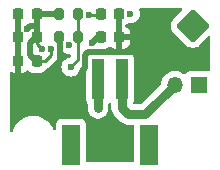
<source format=gbr>
%TF.GenerationSoftware,KiCad,Pcbnew,8.0.1-rc1*%
%TF.CreationDate,2024-05-21T21:17:26-06:00*%
%TF.ProjectId,screamer,73637265-616d-4657-922e-6b696361645f,V0.1.1*%
%TF.SameCoordinates,Original*%
%TF.FileFunction,Copper,L1,Top*%
%TF.FilePolarity,Positive*%
%FSLAX46Y46*%
G04 Gerber Fmt 4.6, Leading zero omitted, Abs format (unit mm)*
G04 Created by KiCad (PCBNEW 8.0.1-rc1) date 2024-05-21 21:17:26*
%MOMM*%
%LPD*%
G01*
G04 APERTURE LIST*
G04 Aperture macros list*
%AMRoundRect*
0 Rectangle with rounded corners*
0 $1 Rounding radius*
0 $2 $3 $4 $5 $6 $7 $8 $9 X,Y pos of 4 corners*
0 Add a 4 corners polygon primitive as box body*
4,1,4,$2,$3,$4,$5,$6,$7,$8,$9,$2,$3,0*
0 Add four circle primitives for the rounded corners*
1,1,$1+$1,$2,$3*
1,1,$1+$1,$4,$5*
1,1,$1+$1,$6,$7*
1,1,$1+$1,$8,$9*
0 Add four rect primitives between the rounded corners*
20,1,$1+$1,$2,$3,$4,$5,0*
20,1,$1+$1,$4,$5,$6,$7,0*
20,1,$1+$1,$6,$7,$8,$9,0*
20,1,$1+$1,$8,$9,$2,$3,0*%
G04 Aperture macros list end*
%TA.AperFunction,SMDPad,CuDef*%
%ADD10R,0.990600X3.505200*%
%TD*%
%TA.AperFunction,SMDPad,CuDef*%
%ADD11R,1.498600X3.403600*%
%TD*%
%TA.AperFunction,SMDPad,CuDef*%
%ADD12RoundRect,0.225000X0.225000X0.250000X-0.225000X0.250000X-0.225000X-0.250000X0.225000X-0.250000X0*%
%TD*%
%TA.AperFunction,SMDPad,CuDef*%
%ADD13RoundRect,0.200000X0.200000X0.275000X-0.200000X0.275000X-0.200000X-0.275000X0.200000X-0.275000X0*%
%TD*%
%TA.AperFunction,SMDPad,CuDef*%
%ADD14RoundRect,0.225000X-0.225000X-0.250000X0.225000X-0.250000X0.225000X0.250000X-0.225000X0.250000X0*%
%TD*%
%TA.AperFunction,SMDPad,CuDef*%
%ADD15RoundRect,0.200000X-0.200000X-0.275000X0.200000X-0.275000X0.200000X0.275000X-0.200000X0.275000X0*%
%TD*%
%TA.AperFunction,ComponentPad*%
%ADD16RoundRect,0.250001X-1.131369X0.000000X0.000000X-1.131369X1.131369X0.000000X0.000000X1.131369X0*%
%TD*%
%TA.AperFunction,ComponentPad*%
%ADD17R,1.350000X1.350000*%
%TD*%
%TA.AperFunction,ComponentPad*%
%ADD18O,1.350000X1.350000*%
%TD*%
%TA.AperFunction,ViaPad*%
%ADD19C,0.600000*%
%TD*%
%TA.AperFunction,Conductor*%
%ADD20C,0.500000*%
%TD*%
%TA.AperFunction,Conductor*%
%ADD21C,0.250000*%
%TD*%
%TA.AperFunction,Conductor*%
%ADD22C,0.750000*%
%TD*%
G04 APERTURE END LIST*
D10*
%TO.P,BT1,1,1*%
%TO.N,/BT-*%
X160000001Y-92500000D03*
%TO.P,BT1,2,2*%
%TO.N,/BT+*%
X158000000Y-92500000D03*
D11*
%TO.P,BT1,3*%
%TO.N,N/C*%
X162314700Y-98062600D03*
%TO.P,BT1,4*%
X155685300Y-98062600D03*
%TD*%
D12*
%TO.P,C5,1*%
%TO.N,VCC*%
X152775000Y-91000000D03*
%TO.P,C5,2*%
%TO.N,GND*%
X151225000Y-91000000D03*
%TD*%
%TO.P,C4,1*%
%TO.N,VCC*%
X152775000Y-89000000D03*
%TO.P,C4,2*%
%TO.N,GND*%
X151225000Y-89000000D03*
%TD*%
D13*
%TO.P,R2,1*%
%TO.N,V_{TUNE}*%
X156325000Y-89000000D03*
%TO.P,R2,2*%
%TO.N,GND*%
X154675000Y-89000000D03*
%TD*%
D14*
%TO.P,C1,1*%
%TO.N,V_{B}*%
X158225000Y-89000000D03*
%TO.P,C1,2*%
%TO.N,GND*%
X159775000Y-89000000D03*
%TD*%
%TO.P,C2,1*%
%TO.N,Net-(U1-BP)*%
X158225000Y-87000000D03*
%TO.P,C2,2*%
%TO.N,GND*%
X159775000Y-87000000D03*
%TD*%
D15*
%TO.P,R1,1*%
%TO.N,VCC*%
X154675000Y-87000000D03*
%TO.P,R1,2*%
%TO.N,V_{TUNE}*%
X156325000Y-87000000D03*
%TD*%
D16*
%TO.P,AE1,1,A*%
%TO.N,RF_OUT*%
X166000000Y-88000000D03*
%TD*%
D12*
%TO.P,C3,1*%
%TO.N,VCC*%
X152775000Y-87000000D03*
%TO.P,C3,2*%
%TO.N,GND*%
X151225000Y-87000000D03*
%TD*%
D17*
%TO.P,J1,1,Pin_1*%
%TO.N,/BT+*%
X166500000Y-93000000D03*
D18*
%TO.P,J1,2,Pin_2*%
%TO.N,/BT-*%
X164500000Y-93000000D03*
%TD*%
D19*
%TO.N,V_{B}*%
X157500000Y-89500000D03*
%TO.N,GND*%
X152000000Y-93000000D03*
X154000000Y-93000000D03*
X161000000Y-89000000D03*
%TO.N,Net-(U1-BP)*%
X157225000Y-87073226D03*
%TO.N,V_{TUNE}*%
X155674999Y-91500000D03*
%TO.N,RF_OUT*%
X155500457Y-89595891D03*
%TO.N,VCC*%
X160725000Y-86971612D03*
X153250000Y-90000000D03*
X152000000Y-88250000D03*
X154000000Y-90000000D03*
%TO.N,/BT+*%
X158000000Y-95000000D03*
%TO.N,/BT-*%
X160000000Y-95000000D03*
%TD*%
D20*
%TO.N,V_{B}*%
X158000000Y-89000000D02*
X157500000Y-89500000D01*
X158225000Y-89000000D02*
X158000000Y-89000000D01*
%TO.N,GND*%
X154675000Y-89000000D02*
X154750000Y-89075000D01*
X154750000Y-91000000D02*
X154000000Y-91750000D01*
X157102100Y-90250000D02*
X161000000Y-90250000D01*
X151225000Y-87000000D02*
X151225000Y-91000000D01*
X159775000Y-89000000D02*
X159775000Y-89112499D01*
X156900000Y-90452100D02*
X157102100Y-90250000D01*
X159775000Y-89000000D02*
X161000000Y-89000000D01*
X156900000Y-91600000D02*
X156750000Y-91750000D01*
X154000000Y-91750000D02*
X154000000Y-93000000D01*
X151225000Y-87000000D02*
X151225000Y-89000000D01*
X159775000Y-89000000D02*
X159775000Y-87000000D01*
X156900000Y-90452100D02*
X156900000Y-91600000D01*
X151225000Y-92225000D02*
X152000000Y-93000000D01*
X151225000Y-91000000D02*
X151225000Y-92225000D01*
X154750000Y-89075000D02*
X154750000Y-91000000D01*
D21*
%TO.N,Net-(U1-BP)*%
X158151774Y-87073226D02*
X158225000Y-87000000D01*
X157225000Y-87073226D02*
X158151774Y-87073226D01*
%TO.N,V_{TUNE}*%
X156325000Y-89000000D02*
X156325000Y-90849999D01*
X156325000Y-90849999D02*
X155674999Y-91500000D01*
X156325000Y-87000000D02*
X156325000Y-89000000D01*
D20*
%TO.N,VCC*%
X153750000Y-87000000D02*
X154675000Y-87000000D01*
X152775000Y-88000000D02*
X152250000Y-88000000D01*
D21*
X154000000Y-90000000D02*
X154000000Y-90500000D01*
X152775000Y-89525000D02*
X153250000Y-90000000D01*
X152775000Y-91000000D02*
X153500000Y-91000000D01*
D20*
X152775000Y-89000000D02*
X152750000Y-89000000D01*
D21*
X154000000Y-90500000D02*
X153500000Y-91000000D01*
D20*
X152250000Y-89500000D02*
X152250000Y-90500000D01*
X152750000Y-91000000D02*
X152250000Y-90500000D01*
X152775000Y-91000000D02*
X152750000Y-91000000D01*
X152250000Y-88000000D02*
X152000000Y-88250000D01*
X152750000Y-89000000D02*
X152250000Y-89500000D01*
X152775000Y-87000000D02*
X153750000Y-87000000D01*
X152775000Y-88000000D02*
X152775000Y-89000000D01*
X152775000Y-87000000D02*
X152775000Y-88000000D01*
D21*
X152775000Y-89000000D02*
X152775000Y-89525000D01*
D22*
%TO.N,/BT+*%
X157985650Y-92586200D02*
X157985650Y-94985650D01*
D21*
X157985650Y-94985650D02*
X158000000Y-95000000D01*
D22*
%TO.N,/BT-*%
X159985651Y-92586200D02*
X159985651Y-94985651D01*
D21*
X159985651Y-94985651D02*
X160000000Y-95000000D01*
D22*
X162000000Y-95500000D02*
X164500000Y-93000000D01*
X159985651Y-94985651D02*
X160500000Y-95500000D01*
X160500000Y-95500000D02*
X162000000Y-95500000D01*
%TD*%
%TA.AperFunction,Conductor*%
%TO.N,GND*%
G36*
X151180203Y-88380526D02*
G01*
X151216042Y-88433285D01*
X151274210Y-88599521D01*
X151370184Y-88752262D01*
X151438681Y-88820759D01*
X151472166Y-88882082D01*
X151475000Y-88908440D01*
X151475000Y-91974999D01*
X151498308Y-91974999D01*
X151498322Y-91974998D01*
X151597607Y-91964855D01*
X151758481Y-91911547D01*
X151758492Y-91911542D01*
X151902731Y-91822573D01*
X151911959Y-91813345D01*
X151973279Y-91779856D01*
X152042971Y-91784835D01*
X152087327Y-91813339D01*
X152096955Y-91822967D01*
X152096959Y-91822970D01*
X152241294Y-91911998D01*
X152241297Y-91911999D01*
X152241303Y-91912003D01*
X152402292Y-91965349D01*
X152501655Y-91975500D01*
X153048344Y-91975499D01*
X153048352Y-91975498D01*
X153048355Y-91975498D01*
X153102760Y-91969940D01*
X153147708Y-91965349D01*
X153308697Y-91912003D01*
X153453044Y-91822968D01*
X153572968Y-91703044D01*
X153600713Y-91658060D01*
X153652659Y-91611337D01*
X153676654Y-91603344D01*
X153676621Y-91603232D01*
X153680767Y-91601974D01*
X153682080Y-91601537D01*
X153682086Y-91601535D01*
X153682452Y-91601463D01*
X153727144Y-91582951D01*
X153796286Y-91554312D01*
X153847509Y-91520084D01*
X153898733Y-91485858D01*
X153985858Y-91398733D01*
X153985859Y-91398731D01*
X153992925Y-91391665D01*
X153992928Y-91391661D01*
X154398729Y-90985860D01*
X154398733Y-90985858D01*
X154485858Y-90898733D01*
X154516584Y-90852746D01*
X154537254Y-90821813D01*
X154537256Y-90821810D01*
X154554310Y-90796288D01*
X154554310Y-90796287D01*
X154554312Y-90796285D01*
X154601463Y-90682451D01*
X154625500Y-90561607D01*
X154625500Y-90544854D01*
X154644507Y-90478881D01*
X154660161Y-90453968D01*
X154725789Y-90349522D01*
X154763316Y-90242275D01*
X154804036Y-90185501D01*
X154868989Y-90159753D01*
X154937551Y-90173209D01*
X154968038Y-90195550D01*
X154998195Y-90225707D01*
X155150935Y-90321680D01*
X155321202Y-90381259D01*
X155321207Y-90381260D01*
X155500453Y-90401456D01*
X155500457Y-90401456D01*
X155500459Y-90401456D01*
X155542849Y-90396679D01*
X155561616Y-90394565D01*
X155630438Y-90406619D01*
X155681817Y-90453968D01*
X155699500Y-90517785D01*
X155699500Y-90539545D01*
X155679815Y-90606584D01*
X155663180Y-90627227D01*
X155616618Y-90673788D01*
X155555295Y-90707272D01*
X155542824Y-90709326D01*
X155495749Y-90714630D01*
X155325477Y-90774210D01*
X155172736Y-90870184D01*
X155045183Y-90997737D01*
X154949210Y-91150476D01*
X154889630Y-91320745D01*
X154889629Y-91320750D01*
X154869434Y-91499996D01*
X154869434Y-91500003D01*
X154889629Y-91679249D01*
X154889630Y-91679254D01*
X154949210Y-91849523D01*
X155028366Y-91975498D01*
X155045183Y-92002262D01*
X155172737Y-92129816D01*
X155325477Y-92225789D01*
X155495744Y-92285368D01*
X155495749Y-92285369D01*
X155674995Y-92305565D01*
X155674999Y-92305565D01*
X155675003Y-92305565D01*
X155854248Y-92285369D01*
X155854251Y-92285368D01*
X155854254Y-92285368D01*
X156024521Y-92225789D01*
X156177261Y-92129816D01*
X156304815Y-92002262D01*
X156400788Y-91849522D01*
X156460367Y-91679255D01*
X156465671Y-91632173D01*
X156492736Y-91567763D01*
X156501200Y-91558387D01*
X156716664Y-91342924D01*
X156716671Y-91342918D01*
X156723731Y-91335857D01*
X156723733Y-91335857D01*
X156792519Y-91267071D01*
X156853842Y-91233586D01*
X156923534Y-91238570D01*
X156979467Y-91280442D01*
X157003884Y-91345906D01*
X157004200Y-91354752D01*
X157004200Y-94300470D01*
X157004201Y-94300476D01*
X157010608Y-94360083D01*
X157060902Y-94494928D01*
X157060903Y-94494930D01*
X157085417Y-94527676D01*
X157109834Y-94593140D01*
X157110150Y-94601987D01*
X157110150Y-95071883D01*
X157143793Y-95241016D01*
X157143796Y-95241028D01*
X157209788Y-95400348D01*
X157209795Y-95400361D01*
X157305604Y-95543748D01*
X157305607Y-95543752D01*
X157427547Y-95665692D01*
X157427551Y-95665695D01*
X157570938Y-95761504D01*
X157570951Y-95761511D01*
X157730271Y-95827503D01*
X157730276Y-95827505D01*
X157895148Y-95860300D01*
X157899416Y-95861149D01*
X157899419Y-95861150D01*
X157899421Y-95861150D01*
X158071881Y-95861150D01*
X158071882Y-95861149D01*
X158241024Y-95827505D01*
X158400355Y-95761508D01*
X158543749Y-95665695D01*
X158665695Y-95543749D01*
X158761508Y-95400355D01*
X158827505Y-95241024D01*
X158861150Y-95071879D01*
X158861150Y-94640325D01*
X158880835Y-94573286D01*
X158885861Y-94566044D01*
X158886862Y-94564706D01*
X158942783Y-94522818D01*
X159012473Y-94517813D01*
X159073806Y-94551280D01*
X159107309Y-94612593D01*
X159110151Y-94638987D01*
X159110151Y-95071884D01*
X159143794Y-95241017D01*
X159143797Y-95241029D01*
X159209789Y-95400349D01*
X159209796Y-95400362D01*
X159305605Y-95543749D01*
X159305608Y-95543753D01*
X159819955Y-96058099D01*
X159941901Y-96180045D01*
X159941902Y-96180046D01*
X160085288Y-96275854D01*
X160085301Y-96275861D01*
X160244621Y-96341853D01*
X160244626Y-96341855D01*
X160413766Y-96375499D01*
X160413769Y-96375500D01*
X160413771Y-96375500D01*
X160940900Y-96375500D01*
X161007939Y-96395185D01*
X161053694Y-96447989D01*
X161064900Y-96499500D01*
X161064901Y-99375500D01*
X161045216Y-99442539D01*
X160992413Y-99488294D01*
X160940901Y-99499500D01*
X157059100Y-99499500D01*
X156992061Y-99479815D01*
X156946306Y-99427011D01*
X156935100Y-99375500D01*
X156935099Y-96312929D01*
X156935098Y-96312923D01*
X156935097Y-96312916D01*
X156928691Y-96253317D01*
X156901362Y-96180045D01*
X156878397Y-96118471D01*
X156878393Y-96118464D01*
X156792147Y-96003255D01*
X156792144Y-96003252D01*
X156676935Y-95917006D01*
X156676928Y-95917002D01*
X156542082Y-95866708D01*
X156542083Y-95866708D01*
X156482483Y-95860301D01*
X156482481Y-95860300D01*
X156482473Y-95860300D01*
X156482464Y-95860300D01*
X154888129Y-95860300D01*
X154888123Y-95860301D01*
X154828516Y-95866708D01*
X154693671Y-95917002D01*
X154693664Y-95917006D01*
X154578455Y-96003252D01*
X154578452Y-96003255D01*
X154492206Y-96118464D01*
X154492202Y-96118471D01*
X154441908Y-96253317D01*
X154439334Y-96277263D01*
X154435501Y-96312923D01*
X154435500Y-96312935D01*
X154435500Y-96713730D01*
X154415815Y-96780769D01*
X154363011Y-96826524D01*
X154293853Y-96836468D01*
X154230297Y-96807443D01*
X154196939Y-96761183D01*
X154188170Y-96740014D01*
X154163224Y-96679788D01*
X154041936Y-96469711D01*
X153921633Y-96312929D01*
X153894266Y-96277263D01*
X153894260Y-96277256D01*
X153722743Y-96105739D01*
X153722736Y-96105733D01*
X153530293Y-95958067D01*
X153530292Y-95958066D01*
X153530289Y-95958064D01*
X153358661Y-95858974D01*
X153320214Y-95836777D01*
X153320205Y-95836773D01*
X153096104Y-95743947D01*
X152861785Y-95681161D01*
X152621289Y-95649500D01*
X152621288Y-95649500D01*
X152378712Y-95649500D01*
X152378711Y-95649500D01*
X152138214Y-95681161D01*
X151903895Y-95743947D01*
X151679794Y-95836773D01*
X151679785Y-95836777D01*
X151469706Y-95958067D01*
X151277263Y-96105733D01*
X151277256Y-96105739D01*
X151105739Y-96277256D01*
X151105733Y-96277263D01*
X150958067Y-96469706D01*
X150836777Y-96679785D01*
X150836773Y-96679794D01*
X150743945Y-96903901D01*
X150742643Y-96907738D01*
X150741438Y-96907329D01*
X150707905Y-96962337D01*
X150645057Y-96992863D01*
X150575682Y-96984565D01*
X150521806Y-96940077D01*
X150500535Y-96873524D01*
X150500500Y-96870579D01*
X150500500Y-92015901D01*
X150520185Y-91948862D01*
X150572989Y-91903107D01*
X150642147Y-91893163D01*
X150684891Y-91908658D01*
X150684968Y-91908493D01*
X150686828Y-91909360D01*
X150689605Y-91910367D01*
X150691517Y-91911546D01*
X150691518Y-91911547D01*
X150852393Y-91964855D01*
X150951683Y-91974999D01*
X150975000Y-91974998D01*
X150975000Y-88474239D01*
X150994685Y-88407200D01*
X151047489Y-88361445D01*
X151116647Y-88351501D01*
X151180203Y-88380526D01*
G37*
%TD.AperFunction*%
%TA.AperFunction,Conductor*%
G36*
X165074439Y-86520185D02*
G01*
X165120194Y-86572989D01*
X165130138Y-86642147D01*
X165101113Y-86705703D01*
X165095081Y-86712181D01*
X164302592Y-87504669D01*
X164302576Y-87504687D01*
X164237328Y-87584782D01*
X164158589Y-87741565D01*
X164139391Y-87822572D01*
X164118130Y-87912279D01*
X164118130Y-88087721D01*
X164139391Y-88177428D01*
X164158589Y-88258434D01*
X164237328Y-88415217D01*
X164248764Y-88429255D01*
X164302585Y-88495323D01*
X165504677Y-89697415D01*
X165504687Y-89697423D01*
X165584782Y-89762671D01*
X165584783Y-89762671D01*
X165584785Y-89762673D01*
X165741567Y-89841411D01*
X165912279Y-89881870D01*
X165912281Y-89881870D01*
X166087719Y-89881870D01*
X166087721Y-89881870D01*
X166258433Y-89841411D01*
X166415215Y-89762673D01*
X166495323Y-89697415D01*
X167287819Y-88904919D01*
X167349142Y-88871434D01*
X167418834Y-88876418D01*
X167474767Y-88918290D01*
X167499184Y-88983754D01*
X167499500Y-88992600D01*
X167499500Y-91733257D01*
X167479815Y-91800296D01*
X167427011Y-91846051D01*
X167357853Y-91855995D01*
X167332168Y-91849439D01*
X167282485Y-91830909D01*
X167282483Y-91830908D01*
X167222883Y-91824501D01*
X167222881Y-91824500D01*
X167222873Y-91824500D01*
X167222864Y-91824500D01*
X165777129Y-91824500D01*
X165777123Y-91824501D01*
X165717516Y-91830908D01*
X165582671Y-91881202D01*
X165582664Y-91881206D01*
X165467455Y-91967452D01*
X165405214Y-92050594D01*
X165349279Y-92092465D01*
X165279588Y-92097448D01*
X165222411Y-92067920D01*
X165211434Y-92057913D01*
X165211429Y-92057910D01*
X165026213Y-91943229D01*
X165026207Y-91943226D01*
X164936549Y-91908493D01*
X164823069Y-91864530D01*
X164608926Y-91824500D01*
X164391074Y-91824500D01*
X164176931Y-91864530D01*
X164133896Y-91881202D01*
X163973792Y-91943226D01*
X163973786Y-91943229D01*
X163788576Y-92057906D01*
X163788566Y-92057913D01*
X163627574Y-92204676D01*
X163496288Y-92378527D01*
X163399184Y-92573537D01*
X163339564Y-92783081D01*
X163329478Y-92891927D01*
X163303691Y-92956864D01*
X163293688Y-92968166D01*
X161673675Y-94588181D01*
X161612352Y-94621666D01*
X161585994Y-94624500D01*
X161069364Y-94624500D01*
X161002325Y-94604815D01*
X160956570Y-94552011D01*
X160946626Y-94482853D01*
X160953182Y-94457167D01*
X160989392Y-94360082D01*
X160995801Y-94300473D01*
X160995800Y-90699528D01*
X160989392Y-90639917D01*
X160971113Y-90590909D01*
X160939098Y-90505071D01*
X160939094Y-90505064D01*
X160852848Y-90389855D01*
X160852845Y-90389852D01*
X160737636Y-90303606D01*
X160737629Y-90303602D01*
X160602783Y-90253308D01*
X160602784Y-90253308D01*
X160543184Y-90246901D01*
X160543182Y-90246900D01*
X160543174Y-90246900D01*
X160543165Y-90246900D01*
X159456830Y-90246900D01*
X159456824Y-90246901D01*
X159397217Y-90253308D01*
X159262372Y-90303602D01*
X159262365Y-90303606D01*
X159147156Y-90389852D01*
X159099266Y-90453824D01*
X159043331Y-90495695D01*
X158973640Y-90500678D01*
X158912317Y-90467192D01*
X158900734Y-90453823D01*
X158852847Y-90389855D01*
X158852844Y-90389852D01*
X158737635Y-90303606D01*
X158737628Y-90303602D01*
X158602782Y-90253308D01*
X158602783Y-90253308D01*
X158543183Y-90246901D01*
X158543181Y-90246900D01*
X158543173Y-90246900D01*
X158543165Y-90246900D01*
X158184540Y-90246900D01*
X158117501Y-90227215D01*
X158071746Y-90174411D01*
X158061802Y-90105253D01*
X158090827Y-90041697D01*
X158096859Y-90035219D01*
X158120260Y-90011818D01*
X158181583Y-89978333D01*
X158207941Y-89975499D01*
X158498338Y-89975499D01*
X158498344Y-89975499D01*
X158498352Y-89975498D01*
X158498355Y-89975498D01*
X158552760Y-89969940D01*
X158597708Y-89965349D01*
X158758697Y-89912003D01*
X158903044Y-89822968D01*
X158912668Y-89813343D01*
X158973987Y-89779856D01*
X159043679Y-89784835D01*
X159088034Y-89813339D01*
X159097267Y-89822572D01*
X159097271Y-89822575D01*
X159241507Y-89911542D01*
X159241518Y-89911547D01*
X159402393Y-89964855D01*
X159501683Y-89974999D01*
X159525000Y-89974998D01*
X159525000Y-89250000D01*
X160025000Y-89250000D01*
X160025000Y-89974999D01*
X160048308Y-89974999D01*
X160048322Y-89974998D01*
X160147607Y-89964855D01*
X160308481Y-89911547D01*
X160308492Y-89911542D01*
X160452728Y-89822575D01*
X160452732Y-89822572D01*
X160572572Y-89702732D01*
X160572575Y-89702728D01*
X160661542Y-89558492D01*
X160661547Y-89558481D01*
X160714855Y-89397606D01*
X160724999Y-89298322D01*
X160725000Y-89298309D01*
X160725000Y-89250000D01*
X160025000Y-89250000D01*
X159525000Y-89250000D01*
X159525000Y-86874000D01*
X159544685Y-86806961D01*
X159597489Y-86761206D01*
X159649000Y-86750000D01*
X159805648Y-86750000D01*
X159872687Y-86769685D01*
X159918442Y-86822489D01*
X159928868Y-86887883D01*
X159919435Y-86971607D01*
X159919435Y-86971615D01*
X159939630Y-87150861D01*
X159939633Y-87150874D01*
X159991236Y-87298344D01*
X159999211Y-87321134D01*
X160005992Y-87331926D01*
X160025000Y-87397900D01*
X160025000Y-88750000D01*
X160724999Y-88750000D01*
X160724999Y-88701692D01*
X160724998Y-88701677D01*
X160714855Y-88602392D01*
X160661547Y-88441518D01*
X160661542Y-88441507D01*
X160572575Y-88297271D01*
X160572572Y-88297267D01*
X160452732Y-88177427D01*
X160452728Y-88177424D01*
X160336183Y-88105538D01*
X160289458Y-88053590D01*
X160278237Y-87984628D01*
X160306080Y-87920546D01*
X160336183Y-87894462D01*
X160452731Y-87822573D01*
X160478873Y-87796431D01*
X160540195Y-87762944D01*
X160580439Y-87760889D01*
X160643827Y-87768031D01*
X160724997Y-87777177D01*
X160725000Y-87777177D01*
X160725004Y-87777177D01*
X160904249Y-87756981D01*
X160904252Y-87756980D01*
X160904255Y-87756980D01*
X161074522Y-87697401D01*
X161227262Y-87601428D01*
X161354816Y-87473874D01*
X161450789Y-87321134D01*
X161510368Y-87150867D01*
X161516654Y-87095081D01*
X161530565Y-86971615D01*
X161530565Y-86971608D01*
X161510369Y-86792362D01*
X161510368Y-86792357D01*
X161465963Y-86665455D01*
X161462402Y-86595676D01*
X161497131Y-86535048D01*
X161559124Y-86502821D01*
X161583005Y-86500500D01*
X165007400Y-86500500D01*
X165074439Y-86520185D01*
G37*
%TD.AperFunction*%
%TA.AperFunction,Conductor*%
G36*
X151418039Y-86769685D02*
G01*
X151463794Y-86822489D01*
X151475000Y-86874000D01*
X151475000Y-87591560D01*
X151455315Y-87658599D01*
X151438681Y-87679241D01*
X151370184Y-87747737D01*
X151274209Y-87900480D01*
X151216041Y-88066715D01*
X151175320Y-88123491D01*
X151110367Y-88149238D01*
X151041805Y-88135782D01*
X150991403Y-88087394D01*
X150975000Y-88025760D01*
X150975000Y-86874000D01*
X150994685Y-86806961D01*
X151047489Y-86761206D01*
X151099000Y-86750000D01*
X151351000Y-86750000D01*
X151418039Y-86769685D01*
G37*
%TD.AperFunction*%
%TD*%
M02*

</source>
